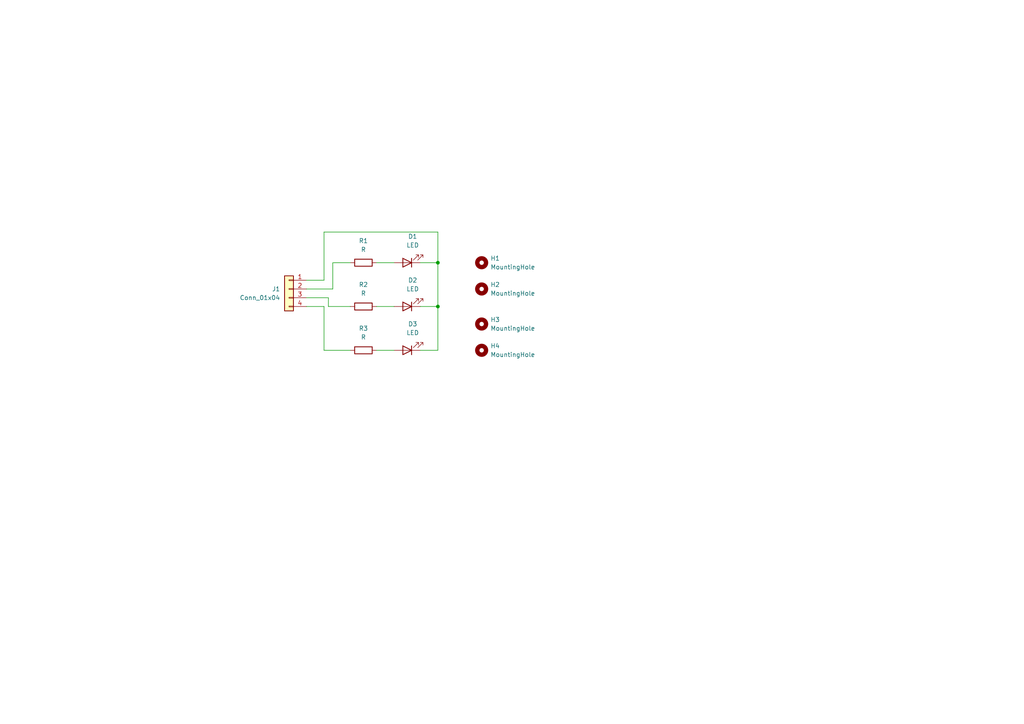
<source format=kicad_sch>
(kicad_sch (version 20250114) (generator "eeschema") (generator_version "9.0")
  (paper "A4")
  (lib_symbols
    (symbol "Connector_Generic:Conn_01x04" (pin_names (offset 1.016) (hide yes))
      (property "Reference" "J" (at 0 5.08 0))
      (property "Value" "Conn_01x04" (at 0 -7.62 0))
      (symbol "Conn_01x04_1_1"
        (rectangle (start -1.27 3.81) (end 1.27 -6.35) (stroke (width 0.254)) (fill (type background)))
        (rectangle (start -1.27 2.667) (end 0 2.413) (stroke (width 0.1524)))
        (rectangle (start -1.27 0.127) (end 0 -0.127) (stroke (width 0.1524)))
        (rectangle (start -1.27 -2.413) (end 0 -2.667) (stroke (width 0.1524)))
        (rectangle (start -1.27 -4.953) (end 0 -5.207) (stroke (width 0.1524)))
        (pin passive line (at -5.08 2.54 0) (length 3.81) (name "Pin_1") (number "1"))
        (pin passive line (at -5.08 0 0) (length 3.81) (name "Pin_2") (number "2"))
        (pin passive line (at -5.08 -2.54 0) (length 3.81) (name "Pin_3") (number "3"))
        (pin passive line (at -5.08 -5.08 0) (length 3.81) (name "Pin_4") (number "4"))
      )
    )
    (symbol "Device:LED" (pin_numbers (hide yes)) (pin_names (offset 1.016) (hide yes))
      (property "Reference" "D" (at 0 2.54 0))
      (property "Value" "LED" (at 0 -2.54 0))
      (symbol "LED_0_1"
        (polyline (pts (xy -3.048 -0.762) (xy -4.572 -2.286) (xy -3.81 -2.286) (xy -4.572 -2.286) (xy -4.572 -1.524)))
        (polyline (pts (xy -1.778 -0.762) (xy -3.302 -2.286) (xy -2.54 -2.286) (xy -3.302 -2.286) (xy -3.302 -1.524)))
        (polyline (pts (xy -1.27 0) (xy 1.27 0)))
        (polyline (pts (xy -1.27 -1.27) (xy -1.27 1.27)) (stroke (width 0.254)))
        (polyline (pts (xy 1.27 -1.27) (xy 1.27 1.27) (xy -1.27 0) (xy 1.27 -1.27)) (stroke (width 0.254)))
      )
      (symbol "LED_1_1"
        (pin passive line (at -3.81 0 0) (length 2.54) (name "K") (number "1"))
        (pin passive line (at 3.81 0 180) (length 2.54) (name "A") (number "2"))
      )
    )
    (symbol "Device:R" (pin_numbers (hide yes)) (pin_names (offset 0))
      (property "Reference" "R" (at 2.032 0 90))
      (property "Value" "R" (at 0 0 90))
      (symbol "R_0_1"
        (rectangle (start -1.016 -2.54) (end 1.016 2.54) (stroke (width 0.254)))
      )
      (symbol "R_1_1"
        (pin passive line (at 0 3.81 270) (length 1.27) (name "~") (number "1"))
        (pin passive line (at 0 -3.81 90) (length 1.27) (name "~") (number "2"))
      )
    )
    (symbol "Mechanical:MountingHole" (pin_names (offset 1.016)) (in_bom no)
      (property "Reference" "H" (at 0 5.08 0))
      (property "Value" "MountingHole" (at 0 3.175 0))
      (symbol "MountingHole_0_1"
        (circle (center 0 0) (radius 1.27) (stroke (width 1.27)))
      )
    )
  )
  (junction (at 127 88.9))
  (junction (at 127 76.2))
  (wire (pts (xy 101.6 88.9) (xy 95.25 88.9)))
  (wire (pts (xy 109.22 101.6) (xy 114.3 101.6)))
  (wire (pts (xy 127 67.31) (xy 127 76.2)))
  (wire (pts (xy 95.25 88.9) (xy 95.25 86.36)))
  (wire (pts (xy 101.6 76.2) (xy 96.52 76.2)))
  (wire (pts (xy 93.98 67.31) (xy 127 67.31)))
  (wire (pts (xy 127 88.9) (xy 127 76.2)))
  (wire (pts (xy 121.92 101.6) (xy 127 101.6)))
  (wire (pts (xy 109.22 88.9) (xy 114.3 88.9)))
  (wire (pts (xy 93.98 81.28) (xy 93.98 67.31)))
  (wire (pts (xy 121.92 88.9) (xy 127 88.9)))
  (wire (pts (xy 95.25 86.36) (xy 88.9 86.36)))
  (wire (pts (xy 93.98 88.9) (xy 93.98 101.6)))
  (wire (pts (xy 96.52 76.2) (xy 96.52 83.82)))
  (wire (pts (xy 96.52 83.82) (xy 88.9 83.82)))
  (wire (pts (xy 121.92 76.2) (xy 127 76.2)))
  (wire (pts (xy 88.9 81.28) (xy 93.98 81.28)))
  (wire (pts (xy 93.98 101.6) (xy 101.6 101.6)))
  (wire (pts (xy 109.22 76.2) (xy 114.3 76.2)))
  (wire (pts (xy 88.9 88.9) (xy 93.98 88.9)))
  (wire (pts (xy 127 88.9) (xy 127 101.6)))
  (symbol (lib_id "Connector_Generic:Conn_01x04") (at 83.82 83.82 0) (mirror y) (unit 1)
    (property "Reference" "J1" (at 81.28 83.8199 0) (effects (justify left)))
    (property "Value" "Conn_01x04" (at 81.28 86.3599 0) (effects (justify left)))
    (property "Footprint" "Connector_PinHeader_2.54mm:PinHeader_1x04_P2.54mm_Horizontal" (effects (hide yes)))
    (property "Description" "Generic connector, single row, 01x04, script generated (kicad-library-utils/schlib/autogen/connector/)" (effects (hide yes)))
  )
  (symbol (lib_id "Mechanical:MountingHole") (at 139.7 101.6 0) (unit 1) (in_bom no)
    (property "Reference" "H4" (at 142.24 100.3299 0) (effects (justify left)))
    (property "Value" "MountingHole" (at 142.24 102.8699 0) (effects (justify left)))
    (property "Footprint" "MountingHole:MountingHole_2.5mm_Pad" (effects (hide yes)))
    (property "Description" "Mounting Hole without connection" (effects (hide yes)))
  )
  (symbol (lib_id "Device:LED") (at 118.11 76.2 180) (unit 1)
    (property "Reference" "D1" (at 119.6975 68.58 0))
    (property "Value" "LED" (at 119.6975 71.12 0))
    (property "Footprint" "LED_THT:LED_D3.0mm" (effects (hide yes)))
    (property "Description" "Light emitting diode" (effects (hide yes)))
    (property "Sim.Pins" "1=K 2=A" (effects (hide yes)))
  )
  (symbol (lib_id "Mechanical:MountingHole") (at 139.7 93.98 0) (unit 1) (in_bom no)
    (property "Reference" "H3" (at 142.24 92.7099 0) (effects (justify left)))
    (property "Value" "MountingHole" (at 142.24 95.2499 0) (effects (justify left)))
    (property "Footprint" "MountingHole:MountingHole_2.5mm_Pad" (effects (hide yes)))
    (property "Description" "Mounting Hole without connection" (effects (hide yes)))
  )
  (symbol (lib_id "Device:R") (at 105.41 76.2 90) (unit 1)
    (property "Reference" "R1" (at 105.41 69.85 90))
    (property "Value" "R" (at 105.41 72.39 90))
    (property "Footprint" "Resistor_THT:R_Axial_DIN0204_L3.6mm_D1.6mm_P5.08mm_Horizontal" (effects (hide yes)))
    (property "Description" "Resistor" (effects (hide yes)))
  )
  (symbol (lib_id "Mechanical:MountingHole") (at 139.7 76.2 0) (unit 1) (in_bom no)
    (property "Reference" "H1" (at 142.24 74.9299 0) (effects (justify left)))
    (property "Value" "MountingHole" (at 142.24 77.4699 0) (effects (justify left)))
    (property "Footprint" "MountingHole:MountingHole_2.5mm_Pad" (effects (hide yes)))
    (property "Description" "Mounting Hole without connection" (effects (hide yes)))
  )
  (symbol (lib_id "Mechanical:MountingHole") (at 139.7 83.82 0) (unit 1) (in_bom no)
    (property "Reference" "H2" (at 142.24 82.5499 0) (effects (justify left)))
    (property "Value" "MountingHole" (at 142.24 85.0899 0) (effects (justify left)))
    (property "Footprint" "MountingHole:MountingHole_2.5mm_Pad" (effects (hide yes)))
    (property "Description" "Mounting Hole without connection" (effects (hide yes)))
  )
  (symbol (lib_id "Device:R") (at 105.41 101.6 90) (unit 1)
    (property "Reference" "R3" (at 105.41 95.25 90))
    (property "Value" "R" (at 105.41 97.79 90))
    (property "Footprint" "Resistor_THT:R_Axial_DIN0204_L3.6mm_D1.6mm_P5.08mm_Horizontal" (effects (hide yes)))
    (property "Description" "Resistor" (effects (hide yes)))
  )
  (symbol (lib_id "Device:LED") (at 118.11 101.6 180) (unit 1)
    (property "Reference" "D3" (at 119.6975 93.98 0))
    (property "Value" "LED" (at 119.6975 96.52 0))
    (property "Footprint" "LED_THT:LED_D3.0mm" (effects (hide yes)))
    (property "Description" "Light emitting diode" (effects (hide yes)))
    (property "Sim.Pins" "1=K 2=A" (effects (hide yes)))
  )
  (symbol (lib_id "Device:LED") (at 118.11 88.9 180) (unit 1)
    (property "Reference" "D2" (at 119.6975 81.28 0))
    (property "Value" "LED" (at 119.6975 83.82 0))
    (property "Footprint" "LED_THT:LED_D3.0mm" (effects (hide yes)))
    (property "Description" "Light emitting diode" (effects (hide yes)))
    (property "Sim.Pins" "1=K 2=A" (effects (hide yes)))
  )
  (symbol (lib_id "Device:R") (at 105.41 88.9 90) (unit 1)
    (property "Reference" "R2" (at 105.41 82.55 90))
    (property "Value" "R" (at 105.41 85.09 90))
    (property "Footprint" "Resistor_THT:R_Axial_DIN0204_L3.6mm_D1.6mm_P5.08mm_Horizontal" (effects (hide yes)))
    (property "Description" "Resistor" (effects (hide yes)))
  )
)
</source>
